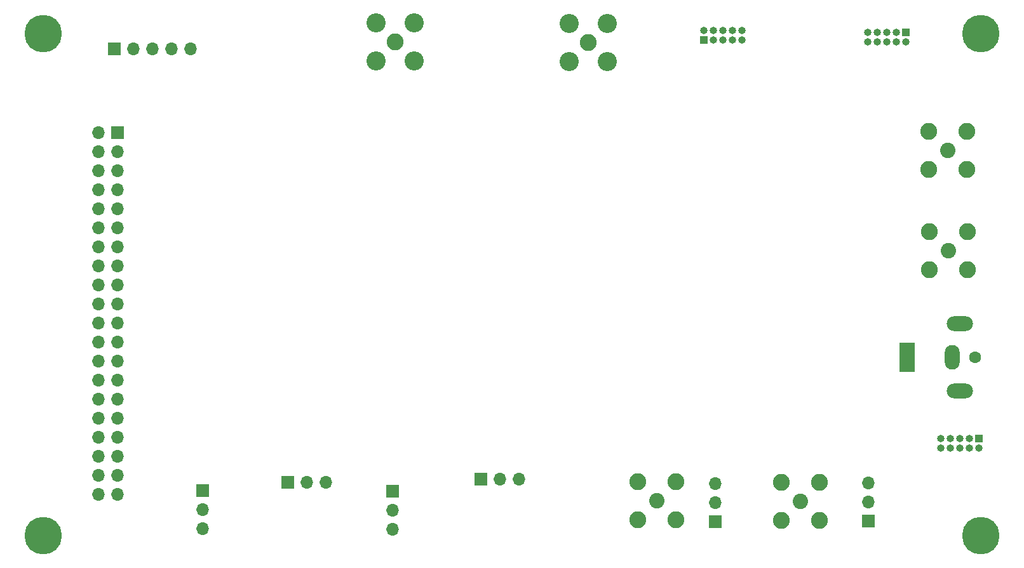
<source format=gbr>
%TF.GenerationSoftware,KiCad,Pcbnew,(7.0.0)*%
%TF.CreationDate,2024-03-13T17:03:37-07:00*%
%TF.ProjectId,2P_miniscope_interconnect_board_v3,32505f6d-696e-4697-9363-6f70655f696e,rev?*%
%TF.SameCoordinates,Original*%
%TF.FileFunction,Soldermask,Bot*%
%TF.FilePolarity,Negative*%
%FSLAX46Y46*%
G04 Gerber Fmt 4.6, Leading zero omitted, Abs format (unit mm)*
G04 Created by KiCad (PCBNEW (7.0.0)) date 2024-03-13 17:03:37*
%MOMM*%
%LPD*%
G01*
G04 APERTURE LIST*
%ADD10C,0.800000*%
%ADD11C,5.000000*%
%ADD12R,1.000000X1.000000*%
%ADD13O,1.000000X1.000000*%
%ADD14C,2.050000*%
%ADD15C,2.250000*%
%ADD16R,1.700000X1.700000*%
%ADD17O,1.700000X1.700000*%
%ADD18C,1.600000*%
%ADD19R,2.000000X4.000000*%
%ADD20O,2.000000X3.300000*%
%ADD21O,3.500000X2.000000*%
%ADD22C,2.550000*%
G04 APERTURE END LIST*
D10*
%TO.C,H1*%
X78125000Y-150000000D03*
X78674175Y-148674175D03*
X78674175Y-151325825D03*
X80000000Y-148125000D03*
D11*
X80000000Y-150000000D03*
D10*
X80000000Y-151875000D03*
X81325825Y-148674175D03*
X81325825Y-151325825D03*
X81875000Y-150000000D03*
%TD*%
%TO.C,H2*%
X78125000Y-83000000D03*
X78674175Y-81674175D03*
X78674175Y-84325825D03*
X80000000Y-81125000D03*
D11*
X80000000Y-83000000D03*
D10*
X80000000Y-84875000D03*
X81325825Y-81674175D03*
X81325825Y-84325825D03*
X81875000Y-83000000D03*
%TD*%
%TO.C,H3*%
X203125000Y-83000000D03*
X203674175Y-81674175D03*
X203674175Y-84325825D03*
X205000000Y-81125000D03*
D11*
X205000000Y-83000000D03*
D10*
X205000000Y-84875000D03*
X206325825Y-81674175D03*
X206325825Y-84325825D03*
X206875000Y-83000000D03*
%TD*%
%TO.C,H4*%
X203125000Y-150000000D03*
X203674175Y-148674175D03*
X203674175Y-151325825D03*
X205000000Y-148125000D03*
D11*
X205000000Y-150000000D03*
D10*
X205000000Y-151875000D03*
X206325825Y-148674175D03*
X206325825Y-151325825D03*
X206875000Y-150000000D03*
%TD*%
D12*
%TO.C,J1*%
X204699999Y-137069999D03*
D13*
X204699999Y-138339999D03*
X203429999Y-137069999D03*
X203429999Y-138339999D03*
X202159999Y-137069999D03*
X202159999Y-138339999D03*
X200889999Y-137069999D03*
X200889999Y-138339999D03*
X199619999Y-137069999D03*
X199619999Y-138339999D03*
%TD*%
D14*
%TO.C,J4*%
X200534000Y-98610000D03*
D15*
X197994000Y-96070000D03*
X197994000Y-101150000D03*
X203074000Y-96070000D03*
X203074000Y-101150000D03*
%TD*%
D14*
%TO.C,J5*%
X200630000Y-111970000D03*
D15*
X198090000Y-109430000D03*
X198090000Y-114510000D03*
X203170000Y-109430000D03*
X203170000Y-114510000D03*
%TD*%
D12*
%TO.C,J2*%
X168049999Y-83899999D03*
D13*
X168049999Y-82629999D03*
X169319999Y-83899999D03*
X169319999Y-82629999D03*
X170589999Y-83899999D03*
X170589999Y-82629999D03*
X171859999Y-83899999D03*
X171859999Y-82629999D03*
X173129999Y-83899999D03*
X173129999Y-82629999D03*
%TD*%
D16*
%TO.C,JP1*%
X169609999Y-148159999D03*
D17*
X169609999Y-145619999D03*
X169609999Y-143079999D03*
%TD*%
D16*
%TO.C,JP2*%
X190009999Y-147999999D03*
D17*
X190009999Y-145459999D03*
X190009999Y-142919999D03*
%TD*%
D18*
%TO.C,J3*%
X204190000Y-126200000D03*
D19*
X195189999Y-126199999D03*
D20*
X201189999Y-126199999D03*
D21*
X202189999Y-130699999D03*
X202189999Y-121699999D03*
%TD*%
D12*
%TO.C,J7*%
X194949999Y-82839999D03*
D13*
X194949999Y-84109999D03*
X193679999Y-82839999D03*
X193679999Y-84109999D03*
X192409999Y-82839999D03*
X192409999Y-84109999D03*
X191139999Y-82839999D03*
X191139999Y-84109999D03*
X189869999Y-82839999D03*
X189869999Y-84109999D03*
%TD*%
D16*
%TO.C,J6*%
X89889999Y-96209999D03*
D17*
X87349999Y-96209999D03*
X89889999Y-98749999D03*
X87349999Y-98749999D03*
X89889999Y-101289999D03*
X87349999Y-101289999D03*
X89889999Y-103829999D03*
X87349999Y-103829999D03*
X89889999Y-106369999D03*
X87349999Y-106369999D03*
X89889999Y-108909999D03*
X87349999Y-108909999D03*
X89889999Y-111449999D03*
X87349999Y-111449999D03*
X89889999Y-113989999D03*
X87349999Y-113989999D03*
X89889999Y-116529999D03*
X87349999Y-116529999D03*
X89889999Y-119069999D03*
X87349999Y-119069999D03*
X89889999Y-121609999D03*
X87349999Y-121609999D03*
X89889999Y-124149999D03*
X87349999Y-124149999D03*
X89889999Y-126689999D03*
X87349999Y-126689999D03*
X89889999Y-129229999D03*
X87349999Y-129229999D03*
X89889999Y-131769999D03*
X87349999Y-131769999D03*
X89889999Y-134309999D03*
X87349999Y-134309999D03*
X89889999Y-136849999D03*
X87349999Y-136849999D03*
X89889999Y-139389999D03*
X87349999Y-139389999D03*
X89889999Y-141929999D03*
X87349999Y-141929999D03*
X89889999Y-144469999D03*
X87349999Y-144469999D03*
%TD*%
D14*
%TO.C,J8*%
X161760000Y-145370000D03*
D15*
X159220000Y-142830000D03*
X159220000Y-147910000D03*
X164300000Y-142830000D03*
X164300000Y-147910000D03*
%TD*%
D14*
%TO.C,J9*%
X180970000Y-145380000D03*
D15*
X178430000Y-142840000D03*
X178430000Y-147920000D03*
X183510000Y-142840000D03*
X183510000Y-147920000D03*
%TD*%
D16*
%TO.C,J12*%
X89499999Y-85059999D03*
D17*
X92039999Y-85059999D03*
X94579999Y-85059999D03*
X97119999Y-85059999D03*
X99659999Y-85059999D03*
%TD*%
D15*
%TO.C,J15*%
X152620000Y-84200000D03*
D22*
X150080000Y-81660000D03*
X150080000Y-86740000D03*
X155160000Y-86740000D03*
X155160000Y-81660000D03*
%TD*%
D15*
%TO.C,J16*%
X126950000Y-84140000D03*
D22*
X124410000Y-81600000D03*
X124410000Y-86680000D03*
X129490000Y-86680000D03*
X129490000Y-81600000D03*
%TD*%
D16*
%TO.C,J10*%
X112579999Y-142849999D03*
D17*
X115119999Y-142849999D03*
X117659999Y-142849999D03*
%TD*%
D16*
%TO.C,J11*%
X138359999Y-142409999D03*
D17*
X140899999Y-142409999D03*
X143439999Y-142409999D03*
%TD*%
D16*
%TO.C,JP3*%
X101229999Y-143949999D03*
D17*
X101229999Y-146489999D03*
X101229999Y-149029999D03*
%TD*%
D16*
%TO.C,JP4*%
X126559999Y-144029999D03*
D17*
X126559999Y-146569999D03*
X126559999Y-149109999D03*
%TD*%
M02*

</source>
